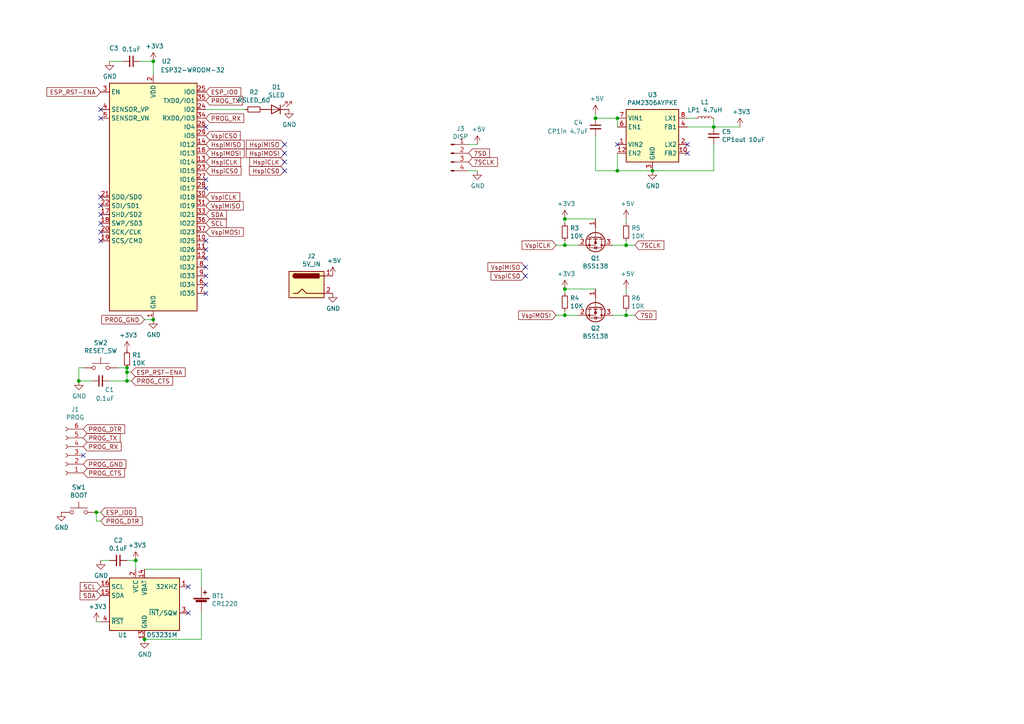
<source format=kicad_sch>
(kicad_sch (version 20211123) (generator eeschema)
  (paper "A4")
  (lib_symbols
    (symbol "Connector:Barrel_Jack" (pin_names (offset 1.016))
      (property "Reference" "J" (at 0 5.334 0))
      (property "Value" "Barrel_Jack" (at 0 -5.08 0))
      (symbol "Barrel_Jack_0_1"
        (rectangle (start -5.08 3.81) (end 5.08 -3.81) (stroke (width 0.254)) (fill (type background)))
        (arc (start -3.302 3.175) (mid -3.937 2.54) (end -3.302 1.905) (stroke (width 0.254)))
        (arc (start -3.302 3.175) (mid -3.937 2.54) (end -3.302 1.905) (stroke (width 0.254)) (fill (type outline)))
        (polyline (pts (xy 5.08 2.54) (xy 3.81 2.54)) (stroke (width 0.254)))
        (polyline (pts (xy -3.81 -2.54) (xy -2.54 -2.54) (xy -1.27 -1.27) (xy 0 -2.54) (xy 2.54 -2.54) (xy 5.08 -2.54)) (stroke (width 0.254)))
        (rectangle (start 3.683 3.175) (end -3.302 1.905) (stroke (width 0.254)) (fill (type outline)))
      )
      (symbol "Barrel_Jack_1_1"
        (pin passive line (at 7.62 2.54 180) (length 2.54) (name "~") (number "1"))
        (pin passive line (at 7.62 -2.54 180) (length 2.54) (name "~") (number "2"))
      )
    )
    (symbol "Connector:Conn_01x04_Male" (pin_names (offset 1.016) hide)
      (property "Reference" "J" (at 0 5.08 0))
      (property "Value" "Conn_01x04_Male" (at 0 -7.62 0))
      (symbol "Conn_01x04_Male_1_1"
        (polyline (pts (xy 1.27 -5.08) (xy 0.8636 -5.08)) (stroke (width 0.1524)))
        (polyline (pts (xy 1.27 -2.54) (xy 0.8636 -2.54)) (stroke (width 0.1524)))
        (polyline (pts (xy 1.27 0) (xy 0.8636 0)) (stroke (width 0.1524)))
        (polyline (pts (xy 1.27 2.54) (xy 0.8636 2.54)) (stroke (width 0.1524)))
        (rectangle (start 0.8636 -4.953) (end 0 -5.207) (stroke (width 0.1524)) (fill (type outline)))
        (rectangle (start 0.8636 -2.413) (end 0 -2.667) (stroke (width 0.1524)) (fill (type outline)))
        (rectangle (start 0.8636 0.127) (end 0 -0.127) (stroke (width 0.1524)) (fill (type outline)))
        (rectangle (start 0.8636 2.667) (end 0 2.413) (stroke (width 0.1524)) (fill (type outline)))
        (pin passive line (at 5.08 2.54 180) (length 3.81) (name "Pin_1") (number "1"))
        (pin passive line (at 5.08 0 180) (length 3.81) (name "Pin_2") (number "2"))
        (pin passive line (at 5.08 -2.54 180) (length 3.81) (name "Pin_3") (number "3"))
        (pin passive line (at 5.08 -5.08 180) (length 3.81) (name "Pin_4") (number "4"))
      )
    )
    (symbol "Connector:Conn_01x06_Female" (pin_names (offset 1.016) hide)
      (property "Reference" "J" (at 0 7.62 0))
      (property "Value" "Conn_01x06_Female" (at 0 -10.16 0))
      (symbol "Conn_01x06_Female_1_1"
        (arc (start 0 -7.112) (mid -0.508 -7.62) (end 0 -8.128) (stroke (width 0.1524)))
        (arc (start 0 -4.572) (mid -0.508 -5.08) (end 0 -5.588) (stroke (width 0.1524)))
        (arc (start 0 -2.032) (mid -0.508 -2.54) (end 0 -3.048) (stroke (width 0.1524)))
        (polyline (pts (xy -1.27 -7.62) (xy -0.508 -7.62)) (stroke (width 0.1524)))
        (polyline (pts (xy -1.27 -5.08) (xy -0.508 -5.08)) (stroke (width 0.1524)))
        (polyline (pts (xy -1.27 -2.54) (xy -0.508 -2.54)) (stroke (width 0.1524)))
        (polyline (pts (xy -1.27 0) (xy -0.508 0)) (stroke (width 0.1524)))
        (polyline (pts (xy -1.27 2.54) (xy -0.508 2.54)) (stroke (width 0.1524)))
        (polyline (pts (xy -1.27 5.08) (xy -0.508 5.08)) (stroke (width 0.1524)))
        (arc (start 0 0.508) (mid -0.508 0) (end 0 -0.508) (stroke (width 0.1524)))
        (arc (start 0 3.048) (mid -0.508 2.54) (end 0 2.032) (stroke (width 0.1524)))
        (arc (start 0 5.588) (mid -0.508 5.08) (end 0 4.572) (stroke (width 0.1524)))
        (pin passive line (at -5.08 5.08 0) (length 3.81) (name "Pin_1") (number "1"))
        (pin passive line (at -5.08 2.54 0) (length 3.81) (name "Pin_2") (number "2"))
        (pin passive line (at -5.08 0 0) (length 3.81) (name "Pin_3") (number "3"))
        (pin passive line (at -5.08 -2.54 0) (length 3.81) (name "Pin_4") (number "4"))
        (pin passive line (at -5.08 -5.08 0) (length 3.81) (name "Pin_5") (number "5"))
        (pin passive line (at -5.08 -7.62 0) (length 3.81) (name "Pin_6") (number "6"))
      )
    )
    (symbol "Device:Battery_Cell" (pin_numbers hide) (pin_names (offset 0) hide)
      (property "Reference" "BT" (at 2.54 2.54 0))
      (property "Value" "Battery_Cell" (at 2.54 0 0))
      (symbol "Battery_Cell_0_1"
        (rectangle (start -2.286 1.778) (end 2.286 1.524) (fill (type outline)))
        (rectangle (start -1.5748 1.1938) (end 1.4732 0.6858) (fill (type outline)))
        (polyline (pts (xy 0 0.762) (xy 0 0)))
        (polyline (pts (xy 0 1.778) (xy 0 2.54)))
        (polyline (pts (xy 0.508 3.429) (xy 1.524 3.429)) (stroke (width 0.254)))
        (polyline (pts (xy 1.016 3.937) (xy 1.016 2.921)) (stroke (width 0.254)))
      )
      (symbol "Battery_Cell_1_1"
        (pin passive line (at 0 5.08 270) (length 2.54) (name "+") (number "1"))
        (pin passive line (at 0 -2.54 90) (length 2.54) (name "-") (number "2"))
      )
    )
    (symbol "Device:C_Small" (pin_numbers hide) (pin_names (offset 0.254) hide)
      (property "Reference" "C" (at 0.254 1.778 0))
      (property "Value" "C_Small" (at 0.254 -2.032 0))
      (symbol "C_Small_0_1"
        (polyline (pts (xy -1.524 -0.508) (xy 1.524 -0.508)) (stroke (width 0.3302)))
        (polyline (pts (xy -1.524 0.508) (xy 1.524 0.508)) (stroke (width 0.3048)))
      )
      (symbol "C_Small_1_1"
        (pin passive line (at 0 2.54 270) (length 2.032) (name "~") (number "1"))
        (pin passive line (at 0 -2.54 90) (length 2.032) (name "~") (number "2"))
      )
    )
    (symbol "Device:LED" (pin_numbers hide) (pin_names (offset 1.016) hide)
      (property "Reference" "D" (at 0 2.54 0))
      (property "Value" "LED" (at 0 -2.54 0))
      (symbol "LED_0_1"
        (polyline (pts (xy -1.27 -1.27) (xy -1.27 1.27)) (stroke (width 0.254)))
        (polyline (pts (xy -1.27 0) (xy 1.27 0)))
        (polyline (pts (xy 1.27 -1.27) (xy 1.27 1.27) (xy -1.27 0) (xy 1.27 -1.27)) (stroke (width 0.254)))
        (polyline (pts (xy -3.048 -0.762) (xy -4.572 -2.286) (xy -3.81 -2.286) (xy -4.572 -2.286) (xy -4.572 -1.524)))
        (polyline (pts (xy -1.778 -0.762) (xy -3.302 -2.286) (xy -2.54 -2.286) (xy -3.302 -2.286) (xy -3.302 -1.524)))
      )
      (symbol "LED_1_1"
        (pin passive line (at -3.81 0 0) (length 2.54) (name "K") (number "1"))
        (pin passive line (at 3.81 0 180) (length 2.54) (name "A") (number "2"))
      )
    )
    (symbol "Device:L_Small" (pin_numbers hide) (pin_names (offset 0.254) hide)
      (property "Reference" "L" (at 0.762 1.016 0))
      (property "Value" "L_Small" (at 0.762 -1.016 0))
      (symbol "L_Small_0_1"
        (arc (start 0 -2.032) (mid 0.508 -1.524) (end 0 -1.016))
        (arc (start 0 -1.016) (mid 0.508 -0.508) (end 0 0))
        (arc (start 0 0) (mid 0.508 0.508) (end 0 1.016))
        (arc (start 0 1.016) (mid 0.508 1.524) (end 0 2.032))
      )
      (symbol "L_Small_1_1"
        (pin passive line (at 0 2.54 270) (length 0.508) (name "~") (number "1"))
        (pin passive line (at 0 -2.54 90) (length 0.508) (name "~") (number "2"))
      )
    )
    (symbol "Device:R_Small" (pin_numbers hide) (pin_names (offset 0.254) hide)
      (property "Reference" "R" (at 0.762 0.508 0))
      (property "Value" "R_Small" (at 0.762 -1.016 0))
      (symbol "R_Small_0_1"
        (rectangle (start -0.762 1.778) (end 0.762 -1.778) (stroke (width 0.2032)))
      )
      (symbol "R_Small_1_1"
        (pin passive line (at 0 2.54 270) (length 0.762) (name "~") (number "1"))
        (pin passive line (at 0 -2.54 90) (length 0.762) (name "~") (number "2"))
      )
    )
    (symbol "RF_Module:ESP32-WROOM-32"
      (property "Reference" "U" (at -12.7 34.29 0))
      (property "Value" "ESP32-WROOM-32" (at 1.27 34.29 0))
      (symbol "ESP32-WROOM-32_0_1"
        (rectangle (start -12.7 33.02) (end 12.7 -33.02) (stroke (width 0.254)) (fill (type background)))
      )
      (symbol "ESP32-WROOM-32_1_1"
        (pin power_in line (at 0 -35.56 90) (length 2.54) (name "GND") (number "1"))
        (pin bidirectional line (at 15.24 -12.7 180) (length 2.54) (name "IO25") (number "10"))
        (pin bidirectional line (at 15.24 -15.24 180) (length 2.54) (name "IO26") (number "11"))
        (pin bidirectional line (at 15.24 -17.78 180) (length 2.54) (name "IO27") (number "12"))
        (pin bidirectional line (at 15.24 10.16 180) (length 2.54) (name "IO14") (number "13"))
        (pin bidirectional line (at 15.24 15.24 180) (length 2.54) (name "IO12") (number "14"))
        (pin passive line (at 0 -35.56 90) (length 2.54) hide (name "GND") (number "15"))
        (pin bidirectional line (at 15.24 12.7 180) (length 2.54) (name "IO13") (number "16"))
        (pin bidirectional line (at -15.24 -5.08 0) (length 2.54) (name "SHD/SD2") (number "17"))
        (pin bidirectional line (at -15.24 -7.62 0) (length 2.54) (name "SWP/SD3") (number "18"))
        (pin bidirectional line (at -15.24 -12.7 0) (length 2.54) (name "SCS/CMD") (number "19"))
        (pin power_in line (at 0 35.56 270) (length 2.54) (name "VDD") (number "2"))
        (pin bidirectional line (at -15.24 -10.16 0) (length 2.54) (name "SCK/CLK") (number "20"))
        (pin bidirectional line (at -15.24 0 0) (length 2.54) (name "SDO/SD0") (number "21"))
        (pin bidirectional line (at -15.24 -2.54 0) (length 2.54) (name "SDI/SD1") (number "22"))
        (pin bidirectional line (at 15.24 7.62 180) (length 2.54) (name "IO15") (number "23"))
        (pin bidirectional line (at 15.24 25.4 180) (length 2.54) (name "IO2") (number "24"))
        (pin bidirectional line (at 15.24 30.48 180) (length 2.54) (name "IO0") (number "25"))
        (pin bidirectional line (at 15.24 20.32 180) (length 2.54) (name "IO4") (number "26"))
        (pin bidirectional line (at 15.24 5.08 180) (length 2.54) (name "IO16") (number "27"))
        (pin bidirectional line (at 15.24 2.54 180) (length 2.54) (name "IO17") (number "28"))
        (pin bidirectional line (at 15.24 17.78 180) (length 2.54) (name "IO5") (number "29"))
        (pin input line (at -15.24 30.48 0) (length 2.54) (name "EN") (number "3"))
        (pin bidirectional line (at 15.24 0 180) (length 2.54) (name "IO18") (number "30"))
        (pin bidirectional line (at 15.24 -2.54 180) (length 2.54) (name "IO19") (number "31"))
        (pin no_connect line (at -12.7 -27.94 0) (length 2.54) hide (name "NC") (number "32"))
        (pin bidirectional line (at 15.24 -5.08 180) (length 2.54) (name "IO21") (number "33"))
        (pin bidirectional line (at 15.24 22.86 180) (length 2.54) (name "RXD0/IO3") (number "34"))
        (pin bidirectional line (at 15.24 27.94 180) (length 2.54) (name "TXD0/IO1") (number "35"))
        (pin bidirectional line (at 15.24 -7.62 180) (length 2.54) (name "IO22") (number "36"))
        (pin bidirectional line (at 15.24 -10.16 180) (length 2.54) (name "IO23") (number "37"))
        (pin passive line (at 0 -35.56 90) (length 2.54) hide (name "GND") (number "38"))
        (pin passive line (at 0 -35.56 90) (length 2.54) hide (name "GND") (number "39"))
        (pin input line (at -15.24 25.4 0) (length 2.54) (name "SENSOR_VP") (number "4"))
        (pin input line (at -15.24 22.86 0) (length 2.54) (name "SENSOR_VN") (number "5"))
        (pin input line (at 15.24 -25.4 180) (length 2.54) (name "IO34") (number "6"))
        (pin input line (at 15.24 -27.94 180) (length 2.54) (name "IO35") (number "7"))
        (pin bidirectional line (at 15.24 -20.32 180) (length 2.54) (name "IO32") (number "8"))
        (pin bidirectional line (at 15.24 -22.86 180) (length 2.54) (name "IO33") (number "9"))
      )
    )
    (symbol "Regulator_Switching:PAM2306AYPKE"
      (property "Reference" "U" (at 0 11.43 0))
      (property "Value" "PAM2306AYPKE" (at 0 8.89 0))
      (symbol "PAM2306AYPKE_0_1"
        (rectangle (start 7.62 7.62) (end -7.62 -7.62) (stroke (width 0.254)) (fill (type background)))
      )
      (symbol "PAM2306AYPKE_1_1"
        (pin power_in line (at -10.16 -2.54 0) (length 2.54) (name "VIN2") (number "1"))
        (pin input line (at 10.16 -5.08 180) (length 2.54) (name "FB2") (number "10"))
        (pin no_connect line (at 7.62 0 180) (length 2.54) hide (name "NC2") (number "11"))
        (pin input line (at -10.16 -5.08 0) (length 2.54) (name "EN2") (number "12"))
        (pin passive line (at 0 -10.16 90) (length 2.54) hide (name "GND") (number "13"))
        (pin output line (at 10.16 -2.54 180) (length 2.54) (name "LX2") (number "2"))
        (pin power_in line (at 0 -10.16 90) (length 2.54) (name "GND") (number "3"))
        (pin input line (at 10.16 2.54 180) (length 2.54) (name "FB1") (number "4"))
        (pin no_connect line (at -7.62 0 0) (length 2.54) hide (name "NC1") (number "5"))
        (pin input line (at -10.16 2.54 0) (length 2.54) (name "EN1") (number "6"))
        (pin power_in line (at -10.16 5.08 0) (length 2.54) (name "VIN1") (number "7"))
        (pin output line (at 10.16 5.08 180) (length 2.54) (name "LX1") (number "8"))
        (pin passive line (at 0 -10.16 90) (length 2.54) hide (name "GND") (number "9"))
      )
    )
    (symbol "Switch:SW_Push" (pin_numbers hide) (pin_names (offset 1.016) hide)
      (property "Reference" "SW" (at 1.27 2.54 0))
      (property "Value" "SW_Push" (at 0 -1.524 0))
      (symbol "SW_Push_0_1"
        (circle (center -2.032 0) (radius 0.508))
        (polyline (pts (xy 0 1.27) (xy 0 3.048)))
        (polyline (pts (xy 2.54 1.27) (xy -2.54 1.27)))
        (circle (center 2.032 0) (radius 0.508))
        (pin passive line (at -5.08 0 0) (length 2.54) (name "1") (number "1"))
        (pin passive line (at 5.08 0 180) (length 2.54) (name "2") (number "2"))
      )
    )
    (symbol "Timer_RTC:DS3231M"
      (property "Reference" "U" (at -7.62 8.89 0))
      (property "Value" "DS3231M" (at 10.16 8.89 0))
      (symbol "DS3231M_0_1"
        (rectangle (start -10.16 7.62) (end 10.16 -7.62) (stroke (width 0.254)) (fill (type background)))
      )
      (symbol "DS3231M_1_1"
        (pin open_collector line (at 12.7 5.08 180) (length 2.54) (name "32KHZ") (number "1"))
        (pin passive line (at 0 -10.16 90) (length 2.54) hide (name "GND") (number "10"))
        (pin passive line (at 0 -10.16 90) (length 2.54) hide (name "GND") (number "11"))
        (pin passive line (at 0 -10.16 90) (length 2.54) hide (name "GND") (number "12"))
        (pin power_in line (at 0 -10.16 90) (length 2.54) (name "GND") (number "13"))
        (pin power_in line (at 0 10.16 270) (length 2.54) (name "VBAT") (number "14"))
        (pin bidirectional line (at -12.7 2.54 0) (length 2.54) (name "SDA") (number "15"))
        (pin input line (at -12.7 5.08 0) (length 2.54) (name "SCL") (number "16"))
        (pin power_in line (at -2.54 10.16 270) (length 2.54) (name "VCC") (number "2"))
        (pin open_collector line (at 12.7 -2.54 180) (length 2.54) (name "~{INT}/SQW") (number "3"))
        (pin bidirectional line (at -12.7 -5.08 0) (length 2.54) (name "~{RST}") (number "4"))
        (pin passive line (at 0 -10.16 90) (length 2.54) hide (name "GND") (number "5"))
        (pin passive line (at 0 -10.16 90) (length 2.54) hide (name "GND") (number "6"))
        (pin passive line (at 0 -10.16 90) (length 2.54) hide (name "GND") (number "7"))
        (pin passive line (at 0 -10.16 90) (length 2.54) hide (name "GND") (number "8"))
        (pin passive line (at 0 -10.16 90) (length 2.54) hide (name "GND") (number "9"))
      )
    )
    (symbol "Transistor_FET:BSS138" (pin_names hide)
      (property "Reference" "Q" (at 5.08 1.905 0))
      (property "Value" "BSS138" (at 5.08 0 0))
      (symbol "BSS138_0_1"
        (polyline (pts (xy 0.254 0) (xy -2.54 0)))
        (polyline (pts (xy 0.254 1.905) (xy 0.254 -1.905)) (stroke (width 0.254)))
        (polyline (pts (xy 0.762 -1.27) (xy 0.762 -2.286)) (stroke (width 0.254)))
        (polyline (pts (xy 0.762 0.508) (xy 0.762 -0.508)) (stroke (width 0.254)))
        (polyline (pts (xy 0.762 2.286) (xy 0.762 1.27)) (stroke (width 0.254)))
        (polyline (pts (xy 2.54 2.54) (xy 2.54 1.778)))
        (polyline (pts (xy 2.54 -2.54) (xy 2.54 0) (xy 0.762 0)))
        (polyline (pts (xy 0.762 -1.778) (xy 3.302 -1.778) (xy 3.302 1.778) (xy 0.762 1.778)))
        (polyline (pts (xy 1.016 0) (xy 2.032 0.381) (xy 2.032 -0.381) (xy 1.016 0)) (fill (type outline)))
        (polyline (pts (xy 2.794 0.508) (xy 2.921 0.381) (xy 3.683 0.381) (xy 3.81 0.254)))
        (polyline (pts (xy 3.302 0.381) (xy 2.921 -0.254) (xy 3.683 -0.254) (xy 3.302 0.381)))
        (circle (center 1.651 0) (radius 2.794) (stroke (width 0.254)))
        (circle (center 2.54 -1.778) (radius 0.254) (fill (type outline)))
        (circle (center 2.54 1.778) (radius 0.254) (fill (type outline)))
      )
      (symbol "BSS138_1_1"
        (pin input line (at -5.08 0 0) (length 2.54) (name "G") (number "1"))
        (pin passive line (at 2.54 -5.08 90) (length 2.54) (name "S") (number "2"))
        (pin passive line (at 2.54 5.08 270) (length 2.54) (name "D") (number "3"))
      )
    )
    (symbol "power:+3V3" (power) (pin_names (offset 0))
      (property "Value" "+3V3" (at 0 3.556 0))
      (symbol "+3V3_0_1"
        (polyline (pts (xy -0.762 1.27) (xy 0 2.54)))
        (polyline (pts (xy 0 0) (xy 0 2.54)))
        (polyline (pts (xy 0 2.54) (xy 0.762 1.27)))
      )
      (symbol "+3V3_1_1"
        (pin power_in line (at 0 0 90) (length 0) hide (name "+3V3") (number "1"))
      )
    )
    (symbol "power:+5V" (power) (pin_names (offset 0))
      (property "Value" "+5V" (at 0 3.556 0))
      (symbol "+5V_0_1"
        (polyline (pts (xy -0.762 1.27) (xy 0 2.54)))
        (polyline (pts (xy 0 0) (xy 0 2.54)))
        (polyline (pts (xy 0 2.54) (xy 0.762 1.27)))
      )
      (symbol "+5V_1_1"
        (pin power_in line (at 0 0 90) (length 0) hide (name "+5V") (number "1"))
      )
    )
    (symbol "power:GND" (power) (pin_names (offset 0))
      (property "Value" "GND" (at 0 -3.81 0))
      (symbol "GND_0_1"
        (polyline (pts (xy 0 0) (xy 0 -1.27) (xy 1.27 -1.27) (xy 0 -2.54) (xy -1.27 -1.27) (xy 0 -1.27)))
      )
      (symbol "GND_1_1"
        (pin power_in line (at 0 0 270) (length 0) hide (name "GND") (number "1"))
      )
    )
  )
  (junction (at 27.94 148.59))
  (junction (at 181.61 71.12))
  (junction (at 44.45 17.78))
  (junction (at 172.72 34.29))
  (junction (at 179.07 49.53))
  (junction (at 179.07 34.29))
  (junction (at 181.61 91.44))
  (junction (at 36.83 110.49))
  (junction (at 36.83 107.95))
  (junction (at 39.37 162.56))
  (junction (at 36.83 106.68))
  (junction (at 22.86 110.49))
  (junction (at 163.83 63.5))
  (junction (at 163.83 91.44))
  (junction (at 44.45 92.71))
  (junction (at 189.23 49.53))
  (junction (at 163.83 71.12))
  (junction (at 41.91 185.42))
  (junction (at 163.83 83.82))
  (junction (at 207.01 36.83))
  (no_connect (at 199.39 41.91))
  (no_connect (at 29.21 69.85))
  (no_connect (at 199.39 44.45))
  (no_connect (at 54.61 177.8))
  (no_connect (at 82.55 49.53))
  (no_connect (at 29.21 67.31))
  (no_connect (at 59.69 69.85))
  (no_connect (at 59.69 85.09))
  (no_connect (at 29.21 64.77))
  (no_connect (at 54.61 170.18))
  (no_connect (at 29.21 57.15))
  (no_connect (at 152.4 77.47))
  (no_connect (at 82.55 41.91))
  (no_connect (at 59.69 72.39))
  (no_connect (at 59.69 52.07))
  (no_connect (at 59.69 77.47))
  (no_connect (at 59.69 36.83))
  (no_connect (at 29.21 59.69))
  (no_connect (at 59.69 80.01))
  (no_connect (at 82.55 46.99))
  (no_connect (at 29.21 62.23))
  (no_connect (at 59.69 82.55))
  (no_connect (at 24.13 132.08))
  (no_connect (at 82.55 44.45))
  (no_connect (at 29.21 34.29))
  (no_connect (at 29.21 31.75))
  (no_connect (at 179.07 41.91))
  (no_connect (at 59.69 54.61))
  (no_connect (at 59.69 74.93))
  (no_connect (at 152.4 80.01))
  (wire (pts (xy 181.61 63.5) (xy 181.61 64.77)))
  (wire (pts (xy 163.83 63.5) (xy 163.83 64.77)))
  (wire (pts (xy 34.29 106.68) (xy 36.83 106.68)))
  (wire (pts (xy 207.01 36.83) (xy 214.63 36.83)))
  (wire (pts (xy 29.21 151.13) (xy 27.94 151.13)))
  (wire (pts (xy 163.83 63.5) (xy 172.72 63.5)))
  (wire (pts (xy 163.83 83.82) (xy 172.72 83.82)))
  (wire (pts (xy 199.39 36.83) (xy 207.01 36.83)))
  (wire (pts (xy 179.07 34.29) (xy 172.72 34.29)))
  (wire (pts (xy 207.01 34.29) (xy 207.01 36.83)))
  (wire (pts (xy 39.37 162.56) (xy 36.83 162.56)))
  (wire (pts (xy 44.45 17.78) (xy 40.64 17.78)))
  (wire (pts (xy 38.1 107.95) (xy 36.83 107.95)))
  (wire (pts (xy 36.83 106.68) (xy 36.83 107.95)))
  (wire (pts (xy 138.43 41.91) (xy 135.89 41.91)))
  (wire (pts (xy 181.61 91.44) (xy 184.15 91.44)))
  (wire (pts (xy 163.83 91.44) (xy 161.29 91.44)))
  (wire (pts (xy 199.39 34.29) (xy 201.93 34.29)))
  (wire (pts (xy 172.72 49.53) (xy 179.07 49.53)))
  (wire (pts (xy 31.75 162.56) (xy 29.21 162.56)))
  (wire (pts (xy 181.61 90.17) (xy 181.61 91.44)))
  (wire (pts (xy 177.8 71.12) (xy 181.61 71.12)))
  (wire (pts (xy 179.07 36.83) (xy 179.07 34.29)))
  (wire (pts (xy 41.91 165.1) (xy 58.42 165.1)))
  (wire (pts (xy 189.23 49.53) (xy 207.01 49.53)))
  (wire (pts (xy 163.83 69.85) (xy 163.83 71.12)))
  (wire (pts (xy 181.61 83.82) (xy 181.61 85.09)))
  (wire (pts (xy 207.01 49.53) (xy 207.01 41.91)))
  (wire (pts (xy 58.42 177.8) (xy 58.42 185.42)))
  (wire (pts (xy 22.86 106.68) (xy 24.13 106.68)))
  (wire (pts (xy 44.45 92.71) (xy 41.91 92.71)))
  (wire (pts (xy 27.94 180.34) (xy 29.21 180.34)))
  (wire (pts (xy 163.83 90.17) (xy 163.83 91.44)))
  (wire (pts (xy 163.83 71.12) (xy 161.29 71.12)))
  (wire (pts (xy 59.69 31.75) (xy 71.12 31.75)))
  (wire (pts (xy 181.61 69.85) (xy 181.61 71.12)))
  (wire (pts (xy 58.42 165.1) (xy 58.42 170.18)))
  (wire (pts (xy 26.67 110.49) (xy 22.86 110.49)))
  (wire (pts (xy 27.94 151.13) (xy 27.94 148.59)))
  (wire (pts (xy 58.42 185.42) (xy 41.91 185.42)))
  (wire (pts (xy 177.8 91.44) (xy 181.61 91.44)))
  (wire (pts (xy 135.89 49.53) (xy 138.43 49.53)))
  (wire (pts (xy 29.21 148.59) (xy 27.94 148.59)))
  (wire (pts (xy 22.86 110.49) (xy 22.86 106.68)))
  (wire (pts (xy 36.83 110.49) (xy 31.75 110.49)))
  (wire (pts (xy 163.83 91.44) (xy 167.64 91.44)))
  (wire (pts (xy 39.37 165.1) (xy 39.37 162.56)))
  (wire (pts (xy 179.07 44.45) (xy 179.07 49.53)))
  (wire (pts (xy 179.07 49.53) (xy 189.23 49.53)))
  (wire (pts (xy 172.72 39.37) (xy 172.72 49.53)))
  (wire (pts (xy 172.72 33.02) (xy 172.72 34.29)))
  (wire (pts (xy 44.45 21.59) (xy 44.45 17.78)))
  (wire (pts (xy 163.83 71.12) (xy 167.64 71.12)))
  (wire (pts (xy 163.83 83.82) (xy 163.83 85.09)))
  (wire (pts (xy 36.83 107.95) (xy 36.83 110.49)))
  (wire (pts (xy 181.61 71.12) (xy 184.15 71.12)))
  (wire (pts (xy 35.56 17.78) (xy 31.75 17.78)))
  (wire (pts (xy 38.1 110.49) (xy 36.83 110.49)))
  (global_label "PROG_CTS" (shape input) (at 38.1 110.49 0) (property "Intersheet References" "${INTERSHEET_REFS}" (effects hide)))
  (global_label "VspiCS0" (shape input) (at 59.69 39.37 0) (property "Intersheet References" "${INTERSHEET_REFS}" (effects hide)))
  (global_label "HspiMOSI" (shape input) (at 59.69 44.45 0) (property "Intersheet References" "${INTERSHEET_REFS}" (effects hide)))
  (global_label "PROG_GND" (shape input) (at 24.13 134.62 0) (property "Intersheet References" "${INTERSHEET_REFS}" (effects hide)))
  (global_label "PROG_TX" (shape input) (at 24.13 127 0) (property "Intersheet References" "${INTERSHEET_REFS}" (effects hide)))
  (global_label "PROG_DTR" (shape input) (at 29.21 151.13 0) (property "Intersheet References" "${INTERSHEET_REFS}" (effects hide)))
  (global_label "PROG_CTS" (shape input) (at 24.13 137.16 0) (property "Intersheet References" "${INTERSHEET_REFS}" (effects hide)))
  (global_label "7SD" (shape input) (at 135.89 44.45 0) (property "Intersheet References" "${INTERSHEET_REFS}" (effects hide)))
  (global_label "ESP_IO0" (shape input) (at 59.69 26.67 0) (property "Intersheet References" "${INTERSHEET_REFS}" (effects hide)))
  (global_label "ESP_RST-ENA" (shape input) (at 29.21 26.67 180) (property "Intersheet References" "${INTERSHEET_REFS}" (effects hide)))
  (global_label "SCL" (shape input) (at 59.69 64.77 0) (property "Intersheet References" "${INTERSHEET_REFS}" (effects hide)))
  (global_label "SCL" (shape input) (at 29.21 170.18 180) (property "Intersheet References" "${INTERSHEET_REFS}" (effects hide)))
  (global_label "HspiMISO" (shape input) (at 59.69 41.91 0) (property "Intersheet References" "${INTERSHEET_REFS}" (effects hide)))
  (global_label "7SD" (shape input) (at 184.15 91.44 0) (property "Intersheet References" "${INTERSHEET_REFS}" (effects hide)))
  (global_label "VspiCS0" (shape input) (at 152.4 80.01 180) (property "Intersheet References" "${INTERSHEET_REFS}" (effects hide)))
  (global_label "HspiCLK" (shape input) (at 59.69 46.99 0) (property "Intersheet References" "${INTERSHEET_REFS}" (effects hide)))
  (global_label "PROG_DTR" (shape input) (at 24.13 124.46 0) (property "Intersheet References" "${INTERSHEET_REFS}" (effects hide)))
  (global_label "VspiMISO" (shape input) (at 152.4 77.47 180) (property "Intersheet References" "${INTERSHEET_REFS}" (effects hide)))
  (global_label "VspiMOSI" (shape input) (at 161.29 91.44 180) (property "Intersheet References" "${INTERSHEET_REFS}" (effects hide)))
  (global_label "HspiMISO" (shape input) (at 82.55 41.91 180) (property "Intersheet References" "${INTERSHEET_REFS}" (effects hide)))
  (global_label "VspiMOSI" (shape input) (at 59.69 67.31 0) (property "Intersheet References" "${INTERSHEET_REFS}" (effects hide)))
  (global_label "PROG_RX" (shape input) (at 24.13 129.54 0) (property "Intersheet References" "${INTERSHEET_REFS}" (effects hide)))
  (global_label "VspiCLK" (shape input) (at 59.69 57.15 0) (property "Intersheet References" "${INTERSHEET_REFS}" (effects hide)))
  (global_label "HspiCS0" (shape input) (at 82.55 49.53 180) (property "Intersheet References" "${INTERSHEET_REFS}" (effects hide)))
  (global_label "7SCLK" (shape input) (at 184.15 71.12 0) (property "Intersheet References" "${INTERSHEET_REFS}" (effects hide)))
  (global_label "VspiMISO" (shape input) (at 59.69 59.69 0) (property "Intersheet References" "${INTERSHEET_REFS}" (effects hide)))
  (global_label "SDA" (shape input) (at 29.21 172.72 180) (property "Intersheet References" "${INTERSHEET_REFS}" (effects hide)))
  (global_label "SDA" (shape input) (at 59.69 62.23 0) (property "Intersheet References" "${INTERSHEET_REFS}" (effects hide)))
  (global_label "ESP_IO0" (shape input) (at 29.21 148.59 0) (property "Intersheet References" "${INTERSHEET_REFS}" (effects hide)))
  (global_label "PROG_RX" (shape input) (at 59.69 34.29 0) (property "Intersheet References" "${INTERSHEET_REFS}" (effects hide)))
  (global_label "ESP_RST-ENA" (shape input) (at 38.1 107.95 0) (property "Intersheet References" "${INTERSHEET_REFS}" (effects hide)))
  (global_label "PROG_GND" (shape input) (at 41.91 92.71 180) (property "Intersheet References" "${INTERSHEET_REFS}" (effects hide)))
  (global_label "HspiCLK" (shape input) (at 82.55 46.99 180) (property "Intersheet References" "${INTERSHEET_REFS}" (effects hide)))
  (global_label "7SCLK" (shape input) (at 135.89 46.99 0) (property "Intersheet References" "${INTERSHEET_REFS}" (effects hide)))
  (global_label "PROG_TX" (shape input) (at 59.69 29.21 0) (property "Intersheet References" "${INTERSHEET_REFS}" (effects hide)))
  (global_label "VspiCLK" (shape input) (at 161.29 71.12 180) (property "Intersheet References" "${INTERSHEET_REFS}" (effects hide)))
  (global_label "HspiMOSI" (shape input) (at 82.55 44.45 180) (property "Intersheet References" "${INTERSHEET_REFS}" (effects hide)))
  (global_label "HspiCS0" (shape input) (at 59.69 49.53 0) (property "Intersheet References" "${INTERSHEET_REFS}" (effects hide)))
  (symbol (lib_id "RF_Module:ESP32-WROOM-32") (at 44.45 57.15 0) (unit 1)
    (property "Reference" "U2" (at 48.26 17.78 0))
    (property "Value" "ESP32-WROOM-32" (at 55.88 20.32 0))
    (property "Footprint" "RF_Module:ESP32-WROOM-32" (effects hide))
    (property "Datasheet" "https://www.espressif.com/sites/default/files/documentation/esp32-wroom-32_datasheet_en.pdf" (effects hide))
  )
  (symbol (lib_id "Device:R_Small") (at 36.83 104.14 0) (unit 1)
    (property "Reference" "R1" (at 38.3286 102.9716 0) (effects (justify left)))
    (property "Value" "10K" (at 38.3286 105.283 0) (effects (justify left)))
    (property "Footprint" "Resistor_SMD:R_0402_1005Metric" (effects hide))
  )
  (symbol (lib_id "Switch:SW_Push") (at 29.21 106.68 0) (unit 1)
    (property "Reference" "SW2" (at 29.21 99.441 0))
    (property "Value" "RESET_SW" (at 29.21 101.7524 0))
    (property "Footprint" "Button_Switch_SMD:SW_SPST_TL3305A" (effects hide))
  )
  (symbol (lib_id "Device:C_Small") (at 29.21 110.49 90) (unit 1)
    (property "Reference" "C1" (at 31.75 113.03 90))
    (property "Value" "0.1uF" (at 30.48 115.57 90))
    (property "Footprint" "Capacitor_SMD:C_0402_1005Metric" (effects hide))
  )
  (symbol (lib_id "power:GND") (at 22.86 110.49 0) (unit 1)
    (property "Reference" "#PWR02" (effects hide))
    (property "Value" "GND" (at 22.987 114.8842 0))
  )
  (symbol (lib_id "power:+3V3") (at 36.83 101.6 0) (unit 1)
    (property "Reference" "#PWR06" (effects hide))
    (property "Value" "+3V3" (at 37.211 97.2058 0))
  )
  (symbol (lib_id "Switch:SW_Push") (at 22.86 148.59 0) (unit 1)
    (property "Reference" "SW1" (at 22.86 141.351 0))
    (property "Value" "BOOT" (at 22.86 143.6624 0))
    (property "Footprint" "Button_Switch_SMD:SW_SPST_TL3305A" (effects hide))
  )
  (symbol (lib_id "power:GND") (at 17.78 148.59 0) (unit 1)
    (property "Reference" "#PWR01" (effects hide))
    (property "Value" "GND" (at 17.907 152.9842 0))
  )
  (symbol (lib_id "Connector:Conn_01x06_Female") (at 19.05 132.08 180) (unit 1)
    (property "Reference" "J1" (at 21.7932 118.745 0))
    (property "Value" "PROG" (at 21.7932 121.0564 0))
    (property "Footprint" "Connector_PinHeader_2.54mm:PinHeader_1x06_P2.54mm_Horizontal" (effects hide))
  )
  (symbol (lib_id "power:+3V3") (at 44.45 17.78 0) (unit 1)
    (property "Reference" "#PWR09" (effects hide))
    (property "Value" "+3V3" (at 44.831 13.3858 0))
  )
  (symbol (lib_id "Device:C_Small") (at 38.1 17.78 270) (unit 1)
    (property "Reference" "C3" (at 33.02 13.97 90))
    (property "Value" "0.1uF" (at 38.1 14.2748 90))
    (property "Footprint" "Capacitor_SMD:C_0402_1005Metric" (effects hide))
  )
  (symbol (lib_id "power:GND") (at 31.75 17.78 0) (unit 1)
    (property "Reference" "#PWR05" (effects hide))
    (property "Value" "GND" (at 31.877 22.1742 0))
  )
  (symbol (lib_id "power:GND") (at 44.45 92.71 0) (unit 1)
    (property "Reference" "#PWR010" (effects hide))
    (property "Value" "GND" (at 44.577 97.1042 0))
  )
  (symbol (lib_id "Timer_RTC:DS3231M") (at 41.91 175.26 0) (unit 1)
    (property "Reference" "U1" (at 35.56 184.15 0))
    (property "Value" "DS3231M" (at 46.99 184.15 0))
    (property "Footprint" "Package_SO:SOIC-16W_7.5x10.3mm_P1.27mm" (effects hide))
    (property "Datasheet" "http://datasheets.maximintegrated.com/en/ds/DS3231.pdf" (effects hide))
  )
  (symbol (lib_id "Device:C_Small") (at 34.29 162.56 270) (unit 1)
    (property "Reference" "C2" (at 34.29 156.7434 90))
    (property "Value" "0.1uF" (at 34.29 159.0548 90))
    (property "Footprint" "Capacitor_SMD:C_0402_1005Metric" (effects hide))
  )
  (symbol (lib_id "power:GND") (at 29.21 162.56 0) (unit 1)
    (property "Reference" "#PWR04" (effects hide))
    (property "Value" "GND" (at 29.337 166.9542 0))
  )
  (symbol (lib_id "power:+3V3") (at 39.37 162.56 0) (unit 1)
    (property "Reference" "#PWR07" (effects hide))
    (property "Value" "+3V3" (at 39.751 158.1658 0))
  )
  (symbol (lib_id "power:+3V3") (at 27.94 180.34 0) (unit 1)
    (property "Reference" "#PWR03" (effects hide))
    (property "Value" "+3V3" (at 28.321 175.9458 0))
  )
  (symbol (lib_id "power:GND") (at 41.91 185.42 0) (unit 1)
    (property "Reference" "#PWR08" (effects hide))
    (property "Value" "GND" (at 42.037 189.8142 0))
  )
  (symbol (lib_id "Device:Battery_Cell") (at 58.42 175.26 0) (unit 1)
    (property "Reference" "BT1" (at 61.4172 172.8216 0) (effects (justify left)))
    (property "Value" "CR1220" (at 61.4172 175.133 0) (effects (justify left)))
    (property "Footprint" "Battery:BatteryHolder_Keystone_3001_1x12mm" (effects hide))
  )
  (symbol (lib_id "Transistor_FET:BSS138") (at 172.72 88.9 270) (unit 1)
    (property "Reference" "Q2" (at 172.72 95.2246 90))
    (property "Value" "BSS138" (at 172.72 97.536 90))
    (property "Footprint" "Package_TO_SOT_SMD:SOT-23" (effects hide))
    (property "Datasheet" "https://www.onsemi.com/pub/Collateral/BSS138-D.PDF" (effects hide))
  )
  (symbol (lib_id "Device:R_Small") (at 163.83 87.63 0) (unit 1)
    (property "Reference" "R4" (at 165.3286 86.4616 0) (effects (justify left)))
    (property "Value" "10K" (at 165.3286 88.773 0) (effects (justify left)))
    (property "Footprint" "Resistor_SMD:R_0402_1005Metric" (effects hide))
  )
  (symbol (lib_id "Device:R_Small") (at 181.61 87.63 0) (unit 1)
    (property "Reference" "R6" (at 183.1086 86.4616 0) (effects (justify left)))
    (property "Value" "10K" (at 183.1086 88.773 0) (effects (justify left)))
    (property "Footprint" "Resistor_SMD:R_0402_1005Metric" (effects hide))
  )
  (symbol (lib_id "power:+3V3") (at 163.83 83.82 0) (unit 1)
    (property "Reference" "#PWR017" (effects hide))
    (property "Value" "+3V3" (at 164.211 79.4258 0))
  )
  (symbol (lib_id "power:+5V") (at 181.61 83.82 0) (unit 1)
    (property "Reference" "#PWR020" (effects hide))
    (property "Value" "+5V" (at 181.991 79.4258 0))
  )
  (symbol (lib_id "Transistor_FET:BSS138") (at 172.72 68.58 270) (unit 1)
    (property "Reference" "Q1" (at 172.72 74.9046 90))
    (property "Value" "BSS138" (at 172.72 77.216 90))
    (property "Footprint" "Package_TO_SOT_SMD:SOT-23" (effects hide))
    (property "Datasheet" "https://www.onsemi.com/pub/Collateral/BSS138-D.PDF" (effects hide))
  )
  (symbol (lib_id "Device:R_Small") (at 163.83 67.31 0) (unit 1)
    (property "Reference" "R3" (at 165.3286 66.1416 0) (effects (justify left)))
    (property "Value" "10K" (at 165.3286 68.453 0) (effects (justify left)))
    (property "Footprint" "Resistor_SMD:R_0402_1005Metric" (effects hide))
  )
  (symbol (lib_id "Device:R_Small") (at 181.61 67.31 0) (unit 1)
    (property "Reference" "R5" (at 183.1086 66.1416 0) (effects (justify left)))
    (property "Value" "10K" (at 183.1086 68.453 0) (effects (justify left)))
    (property "Footprint" "Resistor_SMD:R_0402_1005Metric" (effects hide))
  )
  (symbol (lib_id "power:+3V3") (at 163.83 63.5 0) (unit 1)
    (property "Reference" "#PWR016" (effects hide))
    (property "Value" "+3V3" (at 164.211 59.1058 0))
  )
  (symbol (lib_id "power:+5V") (at 181.61 63.5 0) (unit 1)
    (property "Reference" "#PWR019" (effects hide))
    (property "Value" "+5V" (at 181.991 59.1058 0))
  )
  (symbol (lib_id "Connector:Conn_01x04_Male") (at 130.81 44.45 0) (unit 1)
    (property "Reference" "J3" (at 133.5532 37.3126 0))
    (property "Value" "DISP" (at 133.5532 39.624 0))
    (property "Footprint" "Connector_PinSocket_2.54mm:PinSocket_1x04_P2.54mm_Horizontal" (effects hide))
  )
  (symbol (lib_id "power:+5V") (at 138.43 41.91 0) (unit 1)
    (property "Reference" "#PWR014" (effects hide))
    (property "Value" "+5V" (at 138.811 37.5158 0))
  )
  (symbol (lib_id "power:GND") (at 138.43 49.53 0) (unit 1)
    (property "Reference" "#PWR015" (effects hide))
    (property "Value" "GND" (at 138.557 53.9242 0))
  )
  (symbol (lib_id "Connector:Barrel_Jack") (at 88.9 82.55 0) (unit 1)
    (property "Reference" "J2" (at 90.3478 74.295 0))
    (property "Value" "5V_IN" (at 90.3478 76.6064 0))
    (property "Footprint" "Connector_BarrelJack:BarrelJack_CUI_PJ-102AH_Horizontal" (effects hide))
  )
  (symbol (lib_id "power:GND") (at 96.52 85.09 0) (unit 1)
    (property "Reference" "#PWR013" (effects hide))
    (property "Value" "GND" (at 96.647 89.4842 0))
  )
  (symbol (lib_id "power:+5V") (at 96.52 80.01 0) (unit 1)
    (property "Reference" "#PWR012" (effects hide))
    (property "Value" "+5V" (at 96.901 75.6158 0))
  )
  (symbol (lib_id "Regulator_Switching:PAM2306AYPKE") (at 189.23 39.37 0) (unit 1)
    (property "Reference" "U3" (at 189.23 27.5082 0))
    (property "Value" "PAM2306AYPKE" (at 189.23 29.8196 0))
    (property "Footprint" "Package_DFN_QFN:WDFN-12-1EP_3x3mm_P0.45mm_EP1.7x2.5mm" (effects hide))
    (property "Datasheet" "https://www.diodes.com/assets/Datasheets/PAM2306.pdf" (effects hide))
  )
  (symbol (lib_id "power:+5V") (at 172.72 33.02 0) (unit 1)
    (property "Reference" "#PWR018" (effects hide))
    (property "Value" "+5V" (at 173.101 28.6258 0))
  )
  (symbol (lib_id "power:GND") (at 189.23 49.53 0) (unit 1)
    (property "Reference" "#PWR021" (effects hide))
    (property "Value" "GND" (at 189.357 53.9242 0))
  )
  (symbol (lib_id "Device:C_Small") (at 172.72 36.83 0) (unit 1)
    (property "Reference" "C4" (at 166.37 35.56 0) (effects (justify left)))
    (property "Value" "CP1in 4.7uF" (at 158.75 38.1 0) (effects (justify left)))
    (property "Footprint" "Capacitor_SMD:C_0805_2012Metric" (effects hide))
  )
  (symbol (lib_id "Device:L_Small") (at 204.47 34.29 90) (unit 1)
    (property "Reference" "L1" (at 204.47 29.591 90))
    (property "Value" "LP1 4.7uH" (at 204.47 31.9024 90))
    (property "Footprint" "Inductor_SMD:L_Wuerth_MAPI-3015" (effects hide))
    (property "Notes" "1.4A, low DC res" (effects hide))
  )
  (symbol (lib_id "Device:C_Small") (at 207.01 39.37 0) (unit 1)
    (property "Reference" "C5" (at 209.3468 38.2016 0) (effects (justify left)))
    (property "Value" "CP1out 10uF" (at 209.3468 40.513 0) (effects (justify left)))
    (property "Footprint" "Capacitor_SMD:C_0805_2012Metric" (effects hide))
  )
  (symbol (lib_id "power:+3V3") (at 214.63 36.83 0) (unit 1)
    (property "Reference" "#PWR022" (effects hide))
    (property "Value" "+3V3" (at 215.011 32.4358 0))
  )
  (symbol (lib_id "Device:LED") (at 80.01 31.75 180) (unit 1)
    (property "Reference" "D1" (at 80.1878 25.273 0))
    (property "Value" "SLED" (at 80.1878 27.5844 0))
    (property "Footprint" "LED_SMD:LED_0805_2012Metric" (effects hide))
  )
  (symbol (lib_id "Device:R_Small") (at 73.66 31.75 270) (unit 1)
    (property "Reference" "R2" (at 73.66 26.7716 90))
    (property "Value" "RSLED_60" (at 73.66 29.083 90))
    (property "Footprint" "Resistor_SMD:R_0603_1608Metric" (effects hide))
  )
  (symbol (lib_id "power:GND") (at 83.82 31.75 0) (unit 1)
    (property "Reference" "#PWR011" (effects hide))
    (property "Value" "GND" (at 83.947 36.1442 0))
  )
)
</source>
